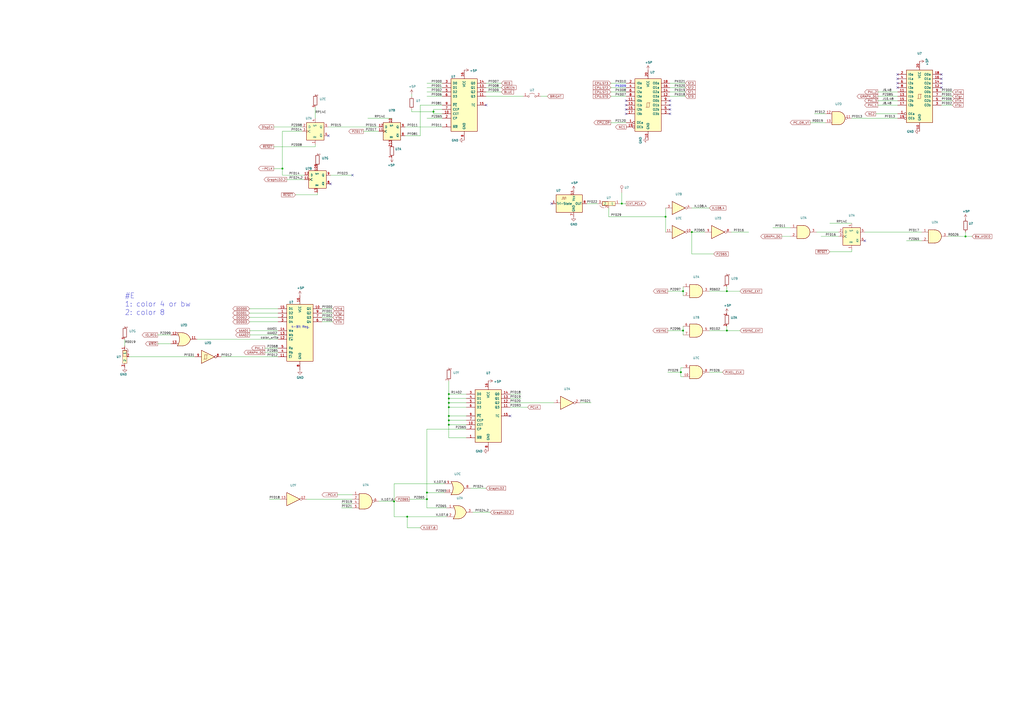
<source format=kicad_sch>
(kicad_sch (version 20220820) (generator eeschema)
  (paper "A2")
  (title_block (title "06 "))
  (lib_symbols
    (symbol "74xx:74LS00" (pin_names (offset 1.016))
      (property "Reference" "U" (at 0 1.27 0))
      (property "Value" "74LS00" (at 0 -1.27 0))
      (symbol "74LS00_1_1"
        (pin input line (at -7.62 2.54 0) (length 3.81) (name "~") (number "1"))
        (pin input line (at -7.62 -2.54 0) (length 3.81) (name "~") (number "2"))
        (pin output inverted (at 7.62 0 180) (length 3.81) (name "~") (number "3"))
      )
      (symbol "74LS00_1_2"
        (pin input inverted (at -7.62 2.54 0) (length 4.318) (name "~") (number "1"))
        (pin input inverted (at -7.62 -2.54 0) (length 4.318) (name "~") (number "2"))
        (pin output line (at 7.62 0 180) (length 3.81) (name "~") (number "3"))
      )
      (symbol "74LS00_2_1"
        (pin input line (at -7.62 2.54 0) (length 3.81) (name "~") (number "4"))
        (pin input line (at -7.62 -2.54 0) (length 3.81) (name "~") (number "5"))
        (pin output inverted (at 7.62 0 180) (length 3.81) (name "~") (number "6"))
      )
      (symbol "74LS00_2_2"
        (pin input inverted (at -7.62 2.54 0) (length 4.318) (name "~") (number "4"))
        (pin input inverted (at -7.62 -2.54 0) (length 4.318) (name "~") (number "5"))
        (pin output line (at 7.62 0 180) (length 3.81) (name "~") (number "6"))
      )
      (symbol "74LS00_3_1"
        (pin input line (at -7.62 -2.54 0) (length 3.81) (name "~") (number "10"))
        (pin output inverted (at 7.62 0 180) (length 3.81) (name "~") (number "8"))
        (pin input line (at -7.62 2.54 0) (length 3.81) (name "~") (number "9"))
      )
      (symbol "74LS00_3_2"
        (pin input inverted (at -7.62 -2.54 0) (length 4.318) (name "~") (number "10"))
        (pin output line (at 7.62 0 180) (length 3.81) (name "~") (number "8"))
        (pin input inverted (at -7.62 2.54 0) (length 4.318) (name "~") (number "9"))
      )
      (symbol "74LS00_4_1"
        (pin output inverted (at 7.62 0 180) (length 3.81) (name "~") (number "11"))
        (pin input line (at -7.62 2.54 0) (length 3.81) (name "~") (number "12"))
        (pin input line (at -7.62 -2.54 0) (length 3.81) (name "~") (number "13"))
      )
      (symbol "74LS00_4_2"
        (pin output line (at 7.62 0 180) (length 3.81) (name "~") (number "11"))
        (pin input inverted (at -7.62 2.54 0) (length 4.318) (name "~") (number "12"))
        (pin input inverted (at -7.62 -2.54 0) (length 4.318) (name "~") (number "13"))
      )
      (symbol "74LS00_5_0"
        (pin power_in line (at 0 12.7 270) (length 5.08) (name "VCC") (number "14"))
        (pin power_in line (at 0 -12.7 90) (length 5.08) (name "GND") (number "7"))
      )
    )
    (symbol "74xx:74LS04"
      (property "Reference" "U" (at 0 1.27 0))
      (property "Value" "74LS04" (at 0 -1.27 0))
      (symbol "74LS04_1_0"
        (pin input line (at -7.62 0 0) (length 3.81) (name "~") (number "1"))
        (pin output inverted (at 7.62 0 180) (length 3.81) (name "~") (number "2"))
      )
      (symbol "74LS04_2_0"
        (pin input line (at -7.62 0 0) (length 3.81) (name "~") (number "3"))
        (pin output inverted (at 7.62 0 180) (length 3.81) (name "~") (number "4"))
      )
      (symbol "74LS04_3_0"
        (pin input line (at -7.62 0 0) (length 3.81) (name "~") (number "5"))
        (pin output inverted (at 7.62 0 180) (length 3.81) (name "~") (number "6"))
      )
      (symbol "74LS04_4_0"
        (pin output inverted (at 7.62 0 180) (length 3.81) (name "~") (number "8"))
        (pin input line (at -7.62 0 0) (length 3.81) (name "~") (number "9"))
      )
      (symbol "74LS04_5_0"
        (pin output inverted (at 7.62 0 180) (length 3.81) (name "~") (number "10"))
        (pin input line (at -7.62 0 0) (length 3.81) (name "~") (number "11"))
      )
      (symbol "74LS04_6_0"
        (pin output inverted (at 7.62 0 180) (length 3.81) (name "~") (number "12"))
        (pin input line (at -7.62 0 0) (length 3.81) (name "~") (number "13"))
      )
      (symbol "74LS04_7_0"
        (pin power_in line (at 0 12.7 270) (length 5.08) (name "VCC") (number "14"))
        (pin power_in line (at 0 -12.7 90) (length 5.08) (name "GND") (number "7"))
      )
    )
    (symbol "74xx:74LS08" (pin_names (offset 1.016))
      (property "Reference" "U" (at 0 1.27 0))
      (property "Value" "74LS08" (at 0 -1.27 0))
      (symbol "74LS08_1_1"
        (pin input line (at -7.62 2.54 0) (length 3.81) (name "~") (number "1"))
        (pin input line (at -7.62 -2.54 0) (length 3.81) (name "~") (number "2"))
        (pin output line (at 7.62 0 180) (length 3.81) (name "~") (number "3"))
      )
      (symbol "74LS08_1_2"
        (pin input inverted (at -7.62 2.54 0) (length 4.318) (name "~") (number "1"))
        (pin input inverted (at -7.62 -2.54 0) (length 4.318) (name "~") (number "2"))
        (pin output inverted (at 7.62 0 180) (length 3.81) (name "~") (number "3"))
      )
      (symbol "74LS08_2_1"
        (pin input line (at -7.62 2.54 0) (length 3.81) (name "~") (number "4"))
        (pin input line (at -7.62 -2.54 0) (length 3.81) (name "~") (number "5"))
        (pin output line (at 7.62 0 180) (length 3.81) (name "~") (number "6"))
      )
      (symbol "74LS08_2_2"
        (pin input inverted (at -7.62 2.54 0) (length 4.318) (name "~") (number "4"))
        (pin input inverted (at -7.62 -2.54 0) (length 4.318) (name "~") (number "5"))
        (pin output inverted (at 7.62 0 180) (length 3.81) (name "~") (number "6"))
      )
      (symbol "74LS08_3_1"
        (pin input line (at -7.62 -2.54 0) (length 3.81) (name "~") (number "10"))
        (pin output line (at 7.62 0 180) (length 3.81) (name "~") (number "8"))
        (pin input line (at -7.62 2.54 0) (length 3.81) (name "~") (number "9"))
      )
      (symbol "74LS08_3_2"
        (pin input inverted (at -7.62 -2.54 0) (length 4.318) (name "~") (number "10"))
        (pin output inverted (at 7.62 0 180) (length 3.81) (name "~") (number "8"))
        (pin input inverted (at -7.62 2.54 0) (length 4.318) (name "~") (number "9"))
      )
      (symbol "74LS08_4_1"
        (pin output line (at 7.62 0 180) (length 3.81) (name "~") (number "11"))
        (pin input line (at -7.62 2.54 0) (length 3.81) (name "~") (number "12"))
        (pin input line (at -7.62 -2.54 0) (length 3.81) (name "~") (number "13"))
      )
      (symbol "74LS08_4_2"
        (pin output inverted (at 7.62 0 180) (length 3.81) (name "~") (number "11"))
        (pin input inverted (at -7.62 2.54 0) (length 4.318) (name "~") (number "12"))
        (pin input inverted (at -7.62 -2.54 0) (length 4.318) (name "~") (number "13"))
      )
      (symbol "74LS08_5_0"
        (pin power_in line (at 0 12.7 270) (length 5.08) (name "VCC") (number "14"))
        (pin power_in line (at 0 -12.7 90) (length 5.08) (name "GND") (number "7"))
      )
    )
    (symbol "74xx:74LS14" (pin_names (offset 1.016))
      (property "Reference" "U" (at 0 1.27 0))
      (property "Value" "74LS14" (at 0 -1.27 0))
      (symbol "74LS14_1_0"
        (pin input line (at -7.62 0 0) (length 3.81) (name "~") (number "1"))
        (pin output inverted (at 7.62 0 180) (length 3.81) (name "~") (number "2"))
      )
      (symbol "74LS14_2_0"
        (pin input line (at -7.62 0 0) (length 3.81) (name "~") (number "3"))
        (pin output inverted (at 7.62 0 180) (length 3.81) (name "~") (number "4"))
      )
      (symbol "74LS14_3_0"
        (pin input line (at -7.62 0 0) (length 3.81) (name "~") (number "5"))
        (pin output inverted (at 7.62 0 180) (length 3.81) (name "~") (number "6"))
      )
      (symbol "74LS14_4_0"
        (pin output inverted (at 7.62 0 180) (length 3.81) (name "~") (number "8"))
        (pin input line (at -7.62 0 0) (length 3.81) (name "~") (number "9"))
      )
      (symbol "74LS14_5_0"
        (pin output inverted (at 7.62 0 180) (length 3.81) (name "~") (number "10"))
        (pin input line (at -7.62 0 0) (length 3.81) (name "~") (number "11"))
      )
      (symbol "74LS14_6_0"
        (pin output inverted (at 7.62 0 180) (length 3.81) (name "~") (number "12"))
        (pin input line (at -7.62 0 0) (length 3.81) (name "~") (number "13"))
      )
      (symbol "74LS14_7_0"
        (pin power_in line (at 0 12.7 270) (length 5.08) (name "VCC") (number "14"))
        (pin power_in line (at 0 -12.7 90) (length 5.08) (name "GND") (number "7"))
      )
    )
    (symbol "74xx:74LS163" (pin_names (offset 1.016))
      (property "Reference" "U" (at -7.62 16.51 0))
      (property "Value" "74LS163" (at -7.62 -16.51 0))
      (symbol "74LS163_1_0"
        (pin input line (at -12.7 -12.7 0) (length 5.08) (name "~{MR}") (number "1"))
        (pin input line (at -12.7 -5.08 0) (length 5.08) (name "CET") (number "10"))
        (pin output line (at 12.7 5.08 180) (length 5.08) (name "Q3") (number "11"))
        (pin output line (at 12.7 7.62 180) (length 5.08) (name "Q2") (number "12"))
        (pin output line (at 12.7 10.16 180) (length 5.08) (name "Q1") (number "13"))
        (pin output line (at 12.7 12.7 180) (length 5.08) (name "Q0") (number "14"))
        (pin output line (at 12.7 0 180) (length 5.08) (name "TC") (number "15"))
        (pin power_in line (at 0 20.32 270) (length 5.08) (name "VCC") (number "16"))
        (pin input line (at -12.7 -7.62 0) (length 5.08) (name "CP") (number "2"))
        (pin input line (at -12.7 12.7 0) (length 5.08) (name "D0") (number "3"))
        (pin input line (at -12.7 10.16 0) (length 5.08) (name "D1") (number "4"))
        (pin input line (at -12.7 7.62 0) (length 5.08) (name "D2") (number "5"))
        (pin input line (at -12.7 5.08 0) (length 5.08) (name "D3") (number "6"))
        (pin input line (at -12.7 -2.54 0) (length 5.08) (name "CEP") (number "7"))
        (pin power_in line (at 0 -20.32 90) (length 5.08) (name "GND") (number "8"))
        (pin input line (at -12.7 0 0) (length 5.08) (name "~{PE}") (number "9"))
      )
    )
    (symbol "74xx:74LS20" (pin_names (offset 1.016))
      (property "Reference" "U" (at 0 1.27 0))
      (property "Value" "74LS20" (at 0 -1.27 0))
      (symbol "74LS20_1_1"
        (pin input line (at -7.62 3.81 0) (length 3.81) (name "~") (number "1"))
        (pin input line (at -7.62 1.27 0) (length 3.81) (name "~") (number "2"))
        (pin input line (at -7.62 -1.27 0) (length 3.81) (name "~") (number "4"))
        (pin input line (at -7.62 -3.81 0) (length 3.81) (name "~") (number "5"))
        (pin output inverted (at 7.62 0 180) (length 3.81) (name "~") (number "6"))
      )
      (symbol "74LS20_1_2"
        (pin input inverted (at -7.62 3.81 0) (length 3.81) (name "~") (number "1"))
        (pin input inverted (at -7.62 1.27 0) (length 4.826) (name "~") (number "2"))
        (pin input inverted (at -7.62 -1.27 0) (length 4.826) (name "~") (number "4"))
        (pin input inverted (at -7.62 -3.81 0) (length 3.81) (name "~") (number "5"))
        (pin output line (at 7.62 0 180) (length 3.81) (name "~") (number "6"))
      )
      (symbol "74LS20_2_1"
        (pin input line (at -7.62 1.27 0) (length 3.81) (name "~") (number "10"))
        (pin input line (at -7.62 -1.27 0) (length 3.81) (name "~") (number "12"))
        (pin input line (at -7.62 -3.81 0) (length 3.81) (name "~") (number "13"))
        (pin output inverted (at 7.62 0 180) (length 3.81) (name "~") (number "8"))
        (pin input line (at -7.62 3.81 0) (length 3.81) (name "~") (number "9"))
      )
      (symbol "74LS20_2_2"
        (pin input inverted (at -7.62 1.27 0) (length 4.826) (name "~") (number "10"))
        (pin input inverted (at -7.62 -1.27 0) (length 4.826) (name "~") (number "12"))
        (pin input inverted (at -7.62 -3.81 0) (length 3.81) (name "~") (number "13"))
        (pin output line (at 7.62 0 180) (length 3.81) (name "~") (number "8"))
        (pin input inverted (at -7.62 3.81 0) (length 3.81) (name "~") (number "9"))
      )
      (symbol "74LS20_3_0"
        (pin power_in line (at 0 12.7 270) (length 5.08) (name "VCC") (number "14"))
        (pin power_in line (at 0 -12.7 90) (length 5.08) (name "GND") (number "7"))
      )
    )
    (symbol "74xx:74LS244" (pin_names (offset 1.016))
      (property "Reference" "U" (at -7.62 16.51 0))
      (property "Value" "74LS244" (at -7.62 -16.51 0))
      (symbol "74LS244_1_0"
        (pin input inverted (at -12.7 -10.16 0) (length 5.08) (name "OEa") (number "1"))
        (pin power_in line (at 0 -20.32 90) (length 5.08) (name "GND") (number "10"))
        (pin input line (at -12.7 2.54 0) (length 5.08) (name "I0b") (number "11"))
        (pin tri_state line (at 12.7 5.08 180) (length 5.08) (name "O3a") (number "12"))
        (pin input line (at -12.7 0 0) (length 5.08) (name "I1b") (number "13"))
        (pin tri_state line (at 12.7 7.62 180) (length 5.08) (name "O2a") (number "14"))
        (pin input line (at -12.7 -2.54 0) (length 5.08) (name "I2b") (number "15"))
        (pin tri_state line (at 12.7 10.16 180) (length 5.08) (name "O1a") (number "16"))
        (pin input line (at -12.7 -5.08 0) (length 5.08) (name "I3b") (number "17"))
        (pin tri_state line (at 12.7 12.7 180) (length 5.08) (name "O0a") (number "18"))
        (pin input inverted (at -12.7 -12.7 0) (length 5.08) (name "OEb") (number "19"))
        (pin input line (at -12.7 12.7 0) (length 5.08) (name "I0a") (number "2"))
        (pin power_in line (at 0 20.32 270) (length 5.08) (name "VCC") (number "20"))
        (pin tri_state line (at 12.7 -5.08 180) (length 5.08) (name "O3b") (number "3"))
        (pin input line (at -12.7 10.16 0) (length 5.08) (name "I1a") (number "4"))
        (pin tri_state line (at 12.7 -2.54 180) (length 5.08) (name "O2b") (number "5"))
        (pin input line (at -12.7 7.62 0) (length 5.08) (name "I2a") (number "6"))
        (pin tri_state line (at 12.7 0 180) (length 5.08) (name "O1b") (number "7"))
        (pin input line (at -12.7 5.08 0) (length 5.08) (name "I3a") (number "8"))
        (pin tri_state line (at 12.7 2.54 180) (length 5.08) (name "O0b") (number "9"))
      )
    )
    (symbol "74xx:74LS32" (pin_names (offset 1.016))
      (property "Reference" "U" (at 0 1.27 0))
      (property "Value" "74LS32" (at 0 -1.27 0))
      (symbol "74LS32_1_1"
        (pin input line (at -7.62 2.54 0) (length 4.318) (name "~") (number "1"))
        (pin input line (at -7.62 -2.54 0) (length 4.318) (name "~") (number "2"))
        (pin output line (at 7.62 0 180) (length 3.81) (name "~") (number "3"))
      )
      (symbol "74LS32_1_2"
        (pin input inverted (at -7.62 2.54 0) (length 3.81) (name "~") (number "1"))
        (pin input inverted (at -7.62 -2.54 0) (length 3.81) (name "~") (number "2"))
        (pin output inverted (at 7.62 0 180) (length 3.81) (name "~") (number "3"))
      )
      (symbol "74LS32_2_1"
        (pin input line (at -7.62 2.54 0) (length 4.318) (name "~") (number "4"))
        (pin input line (at -7.62 -2.54 0) (length 4.318) (name "~") (number "5"))
        (pin output line (at 7.62 0 180) (length 3.81) (name "~") (number "6"))
      )
      (symbol "74LS32_2_2"
        (pin input inverted (at -7.62 2.54 0) (length 3.81) (name "~") (number "4"))
        (pin input inverted (at -7.62 -2.54 0) (length 3.81) (name "~") (number "5"))
        (pin output inverted (at 7.62 0 180) (length 3.81) (name "~") (number "6"))
      )
      (symbol "74LS32_3_1"
        (pin input line (at -7.62 -2.54 0) (length 4.318) (name "~") (number "10"))
        (pin output line (at 7.62 0 180) (length 3.81) (name "~") (number "8"))
        (pin input line (at -7.62 2.54 0) (length 4.318) (name "~") (number "9"))
      )
      (symbol "74LS32_3_2"
        (pin input inverted (at -7.62 -2.54 0) (length 3.81) (name "~") (number "10"))
        (pin output inverted (at 7.62 0 180) (length 3.81) (name "~") (number "8"))
        (pin input inverted (at -7.62 2.54 0) (length 3.81) (name "~") (number "9"))
      )
      (symbol "74LS32_4_1"
        (pin output line (at 7.62 0 180) (length 3.81) (name "~") (number "11"))
        (pin input line (at -7.62 2.54 0) (length 4.318) (name "~") (number "12"))
        (pin input line (at -7.62 -2.54 0) (length 4.318) (name "~") (number "13"))
      )
      (symbol "74LS32_4_2"
        (pin output inverted (at 7.62 0 180) (length 3.81) (name "~") (number "11"))
        (pin input inverted (at -7.62 2.54 0) (length 3.81) (name "~") (number "12"))
        (pin input inverted (at -7.62 -2.54 0) (length 3.81) (name "~") (number "13"))
      )
      (symbol "74LS32_5_0"
        (pin power_in line (at 0 12.7 270) (length 5.08) (name "VCC") (number "14"))
        (pin power_in line (at 0 -12.7 90) (length 5.08) (name "GND") (number "7"))
      )
    )
    (symbol "74xx:74LS670" (pin_names (offset 1.016))
      (property "Reference" "U" (at -7.62 16.51 0))
      (property "Value" "74LS670" (at -7.62 -19.05 0))
      (symbol "74LS670_1_0"
        (pin input line (at -12.7 10.16 0) (length 5.08) (name "D2") (number "1"))
        (pin tri_state line (at 12.7 12.7 180) (length 5.08) (name "Q1") (number "10"))
        (pin input line (at -12.7 -15.24 0) (length 5.08) (name "~{Er}") (number "11"))
        (pin input line (at -12.7 -5.08 0) (length 5.08) (name "~{Ew}") (number "12"))
        (pin input line (at -12.7 -2.54 0) (length 5.08) (name "Wb") (number "13"))
        (pin input line (at -12.7 0 0) (length 5.08) (name "Wa") (number "14"))
        (pin input line (at -12.7 12.7 0) (length 5.08) (name "D1") (number "15"))
        (pin power_in line (at 0 20.32 270) (length 5.08) (name "VCC") (number "16"))
        (pin input line (at -12.7 7.62 0) (length 5.08) (name "D3") (number "2"))
        (pin input line (at -12.7 5.08 0) (length 5.08) (name "D4") (number "3"))
        (pin input line (at -12.7 -12.7 0) (length 5.08) (name "Rb") (number "4"))
        (pin input line (at -12.7 -10.16 0) (length 5.08) (name "Ra") (number "5"))
        (pin tri_state line (at 12.7 5.08 180) (length 5.08) (name "Q4") (number "6"))
        (pin tri_state line (at 12.7 7.62 180) (length 5.08) (name "Q3") (number "7"))
        (pin power_in line (at 0 -22.86 90) (length 5.08) (name "GND") (number "8"))
        (pin tri_state line (at 12.7 10.16 180) (length 5.08) (name "Q2") (number "9"))
      )
    )
    (symbol "74xx:74LS74" (pin_names (offset 1.016))
      (property "Reference" "U" (at -7.62 8.89 0))
      (property "Value" "74LS74" (at -7.62 -8.89 0))
      (symbol "74LS74_1_0"
        (pin input line (at 0 -7.62 90) (length 2.54) (name "~{R}") (number "1"))
        (pin input line (at -7.62 2.54 0) (length 2.54) (name "D") (number "2"))
        (pin input clock (at -7.62 0 0) (length 2.54) (name "C") (number "3"))
        (pin input line (at 0 7.62 270) (length 2.54) (name "~{S}") (number "4"))
        (pin output line (at 7.62 2.54 180) (length 2.54) (name "Q") (number "5"))
        (pin output line (at 7.62 -2.54 180) (length 2.54) (name "~{Q}") (number "6"))
      )
      (symbol "74LS74_2_0"
        (pin input line (at 0 7.62 270) (length 2.54) (name "~{S}") (number "10"))
        (pin input clock (at -7.62 0 0) (length 2.54) (name "C") (number "11"))
        (pin input line (at -7.62 2.54 0) (length 2.54) (name "D") (number "12"))
        (pin input line (at 0 -7.62 90) (length 2.54) (name "~{R}") (number "13"))
        (pin output line (at 7.62 -2.54 180) (length 2.54) (name "~{Q}") (number "8"))
        (pin output line (at 7.62 2.54 180) (length 2.54) (name "Q") (number "9"))
      )
      (symbol "74LS74_3_0"
        (pin power_in line (at 0 10.16 270) (length 2.54) (name "VCC") (number "14"))
        (pin power_in line (at 0 -10.16 90) (length 2.54) (name "GND") (number "7"))
      )
    )
    (symbol "Connector:TestPoint" (pin_numbers hide) (pin_names (offset 0.762) hide)
      (property "Reference" "TP" (at 0 6.858 0))
      (property "Value" "TestPoint" (at 0 5.08 0))
      (symbol "TestPoint_1_1"
        (pin passive line (at 0 0 90) (length 2.54) (name "1") (number "1"))
      )
    )
    (symbol "Device:R" (pin_numbers hide) (pin_names (offset 0))
      (property "Reference" "R" (at 2.032 0 90))
      (property "Value" "R" (at 0 0 90))
      (symbol "R_1_1"
        (pin passive line (at 0 3.81 270) (length 1.27) (name "~") (number "1"))
        (pin passive line (at 0 -3.81 90) (length 1.27) (name "~") (number "2"))
      )
    )
    (symbol "Device:R_Network07_Split" (pin_names (offset 0) hide)
      (property "Reference" "RN" (at 2.032 0 90))
      (property "Value" "R_Network07_Split" (at 0 0 90))
      (symbol "R_Network07_Split_1_1"
        (pin passive line (at 0 3.81 270) (length 1.27) (name "R1.1") (number "1"))
        (pin passive line (at 0 -3.81 90) (length 1.27) (name "R1.2") (number "2"))
      )
      (symbol "R_Network07_Split_2_1"
        (text "1" (at 0.889 3.175 900) (effects (font (size 1.27 1.27))))
        (pin passive line (at 0 -3.81 90) (length 1.27) (name "R2.2") (number "3"))
      )
      (symbol "R_Network07_Split_3_1"
        (text "1" (at 0.889 3.175 900) (effects (font (size 1.27 1.27))))
        (pin passive line (at 0 -3.81 90) (length 1.27) (name "R3.2") (number "4"))
      )
      (symbol "R_Network07_Split_4_1"
        (text "1" (at 0.889 3.175 900) (effects (font (size 1.27 1.27))))
        (pin passive line (at 0 -3.81 90) (length 1.27) (name "R4.2") (number "5"))
      )
      (symbol "R_Network07_Split_5_1"
        (text "1" (at 0.889 3.175 900) (effects (font (size 1.27 1.27))))
        (pin passive line (at 0 -3.81 90) (length 1.27) (name "R5.2") (number "6"))
      )
      (symbol "R_Network07_Split_6_1"
        (text "1" (at 0.889 3.175 900) (effects (font (size 1.27 1.27))))
        (pin passive line (at 0 -3.81 90) (length 1.27) (name "R6.2") (number "7"))
      )
      (symbol "R_Network07_Split_7_1"
        (text "1" (at 0.889 3.175 900) (effects (font (size 1.27 1.27))))
        (pin passive line (at 0 -3.81 90) (length 1.27) (name "R7.2") (number "8"))
      )
    )
    (symbol "Jumper:Jumper_2_Open" (pin_names (offset 0) hide)
      (property "Reference" "JP" (at 0 2.794 0))
      (property "Value" "Jumper_2_Open" (at 0 -2.286 0))
      (symbol "Jumper_2_Open_1_1"
        (pin passive line (at -5.08 0 0) (length 2.54) (name "A") (number "1"))
        (pin passive line (at 5.08 0 180) (length 2.54) (name "B") (number "2"))
      )
    )
    (symbol "LOET.DE:75451" (pin_names (offset 1.016))
      (property "Reference" "U" (at 4.064 2.54 0))
      (property "Value" "LOET.DE_75451" (at 9.906 2.54 0))
      (symbol "75451_1_1"
        (pin input line (at 0 0 0) (length 3.81) (name "~") (number "1"))
        (pin input line (at 0 -5.08 0) (length 3.81) (name "~") (number "2"))
        (pin open_collector line (at 15.24 -2.54 180) (length 3.81) (name "~") (number "3"))
      )
      (symbol "75451_1_2"
        (pin input inverted (at 5.08 154.432 0) (length 4.318) (name "~") (number "1"))
        (pin input inverted (at 5.08 149.352 0) (length 4.318) (name "~") (number "2"))
        (pin output inverted (at 20.32 151.892 180) (length 3.81) (name "~") (number "3"))
      )
      (symbol "75451_2_1"
        (pin open_collector line (at 15.24 -2.54 180) (length 3.81) (name "~") (number "5"))
        (pin input line (at 0 0 0) (length 3.81) (name "~") (number "6"))
        (pin input line (at 0 -5.08 0) (length 3.81) (name "~") (number "7"))
      )
      (symbol "75451_2_2"
        (pin input inverted (at 5.08 154.432 0) (length 4.318) (name "~") (number "4"))
        (pin input inverted (at 5.08 149.352 0) (length 4.318) (name "~") (number "5"))
        (pin output inverted (at 20.32 151.892 180) (length 3.81) (name "~") (number "6"))
      )
      (symbol "75451_3_1"
        (pin power_in line (at 6.35 -8.89 90) (length 5.08) (name "GND") (number "4"))
        (pin power_in line (at 6.35 16.51 270) (length 5.08) (name "VCC") (number "8"))
      )
      (symbol "75451_3_2"
        (pin input inverted (at 5.08 149.352 0) (length 4.318) (name "~") (number "10"))
        (pin output inverted (at 20.32 151.892 180) (length 3.81) (name "~") (number "8"))
        (pin input inverted (at 5.08 154.432 0) (length 4.318) (name "~") (number "9"))
      )
    )
    (symbol "LOET.DE:M20-Jumper.1" (pin_names (offset 1.016))
      (property "Reference" "JP" (at 0 2.54 0))
      (symbol "M20-Jumper.1_1_1"
        (pin bidirectional line (at 6.35 0 180) (length 2.54) (name "1") (number "1"))
        (pin bidirectional line (at 0 -2.54 90) (length 1.1938) (name "~") (number "2"))
        (pin bidirectional line (at -6.35 0 0) (length 2.54) (name "2") (number "3"))
      )
    )
    (symbol "LOET.DE:M20-Jumper.2" (pin_names (offset 1.016))
      (property "Reference" "JP" (at 0 2.54 0))
      (symbol "M20-Jumper.2_1_1"
        (pin input line (at 6.35 0 180) (length 2.54) (name "1") (number "1"))
        (pin output line (at 0 -2.54 90) (length 1.1938) (name "~") (number "2"))
        (pin input line (at -6.35 0 0) (length 2.54) (name "2") (number "3"))
      )
    )
    (symbol "Oscillator:ACO-xxxMHz-A" (pin_names (offset 0.254))
      (property "Reference" "X" (at -5.08 6.35 0))
      (property "Value" "ACO-xxxMHz-A" (at 1.27 -6.35 0))
      (symbol "ACO-xxxMHz-A_1_1"
        (pin input line (at -12.7 0 0) (length 2.54) (name "Tri-State") (number "1"))
        (pin power_in line (at 0 7.62 270) (length 2.54) (name "Vcc") (number "14"))
        (pin power_in line (at 0 -7.62 90) (length 2.54) (name "GND") (number "7"))
        (pin output line (at 7.62 0 180) (length 2.54) (name "OUT") (number "8"))
      )
    )
    (symbol "power:+5P" (power) (pin_names (offset 0))
      (property "Value" "+5P" (at 0 3.556 0))
      (symbol "+5P_1_1"
        (pin power_in line (at 0 0 90) (length 0) hide (name "+5P") (number "1"))
      )
    )
    (symbol "power:GND" (power) (pin_names (offset 0))
      (property "Value" "GND" (at 0 -3.81 0))
      (symbol "GND_1_1"
        (pin power_in line (at 0 0 270) (length 0) hide (name "GND") (number "1"))
      )
    )
  )
  (junction (at 236.22 299.72))
  (junction (at 560.07 137.16))
  (junction (at 260.35 246.38))
  (junction (at 401.32 134.62))
  (junction (at 260.35 231.14))
  (junction (at 394.97 215.9))
  (junction (at 386.08 125.73))
  (junction (at 421.64 191.77))
  (junction (at 163.83 97.79))
  (junction (at 260.35 243.84))
  (junction (at 260.35 233.68))
  (junction (at 247.65 285.75))
  (junction (at 396.24 191.77))
  (junction (at 396.24 168.91))
  (junction (at 260.35 228.6))
  (junction (at 228.6 290.83))
  (junction (at 251.46 64.77))
  (junction (at 247.65 289.56))
  (junction (at 260.35 236.22))
  (junction (at 260.35 241.3))
  (junction (at 421.64 168.91))
  (junction (at 360.68 118.11))
  (no_connect (at 501.65 139.7))
  (no_connect (at 363.22 66.04))
  (no_connect (at 363.22 58.42))
  (no_connect (at 204.47 101.6))
  (no_connect (at 320.04 118.11))
  (no_connect (at 546.1 48.26))
  (no_connect (at 546.1 45.72))
  (no_connect (at 363.22 63.5))
  (no_connect (at 190.5 78.74))
  (no_connect (at 520.7 50.8))
  (no_connect (at 191.77 106.68))
  (no_connect (at 281.94 60.96))
  (no_connect (at 546.1 50.8))
  (no_connect (at 520.7 43.18))
  (no_connect (at 388.62 66.04))
  (no_connect (at 388.62 60.96))
  (no_connect (at 388.62 58.42))
  (no_connect (at 363.22 60.96))
  (no_connect (at 388.62 63.5))
  (no_connect (at 295.91 241.3))
  (no_connect (at 546.1 43.18))
  (no_connect (at 520.7 48.26))
  (no_connect (at 520.7 45.72))
  (wire (pts (xy 388.62 48.26) (xy 397.51 48.26)))
  (wire (pts (xy 546.1 53.34) (xy 552.45 53.34)))
  (wire (pts (xy 190.5 73.66) (xy 219.71 73.66)))
  (wire (pts (xy 270.51 241.3) (xy 260.35 241.3)))
  (wire (pts (xy 163.83 76.2) (xy 163.83 97.79)))
  (wire (pts (xy 396.24 166.37) (xy 396.24 168.91)))
  (wire (pts (xy 257.81 285.75) (xy 247.65 285.75)))
  (wire (pts (xy 336.55 233.68) (xy 342.9 233.68)))
  (wire (pts (xy 520.7 55.88) (xy 509.27 55.88)))
  (wire (pts (xy 501.65 134.62) (xy 534.67 134.62)))
  (wire (pts (xy 270.51 233.68) (xy 260.35 233.68)))
  (wire (pts (xy 394.97 215.9) (xy 394.97 218.44)))
  (wire (pts (xy 210.82 76.2) (xy 219.71 76.2)))
  (wire (pts (xy 186.69 186.69) (xy 193.04 186.69)))
  (wire (pts (xy 144.78 186.69) (xy 161.29 186.69)))
  (wire (pts (xy 546.1 58.42) (xy 552.45 58.42)))
  (wire (pts (xy 256.54 73.66) (xy 234.95 73.66)))
  (wire (pts (xy 238.76 64.77) (xy 251.46 64.77)))
  (wire (pts (xy 421.64 191.77) (xy 429.26 191.77)))
  (wire (pts (xy 421.64 189.23) (xy 421.64 191.77)))
  (wire (pts (xy 394.97 218.44) (xy 396.24 218.44)))
  (wire (pts (xy 295.91 231.14) (xy 302.26 231.14)))
  (wire (pts (xy 260.35 231.14) (xy 260.35 233.68)))
  (wire (pts (xy 247.65 289.56) (xy 247.65 294.64)))
  (wire (pts (xy 396.24 189.23) (xy 396.24 191.77)))
  (wire (pts (xy 234.95 78.74) (xy 243.84 78.74)))
  (wire (pts (xy 158.75 85.09) (xy 182.88 85.09)))
  (wire (pts (xy 354.33 48.26) (xy 363.22 48.26)))
  (wire (pts (xy 260.35 228.6) (xy 260.35 231.14)))
  (wire (pts (xy 260.35 254) (xy 260.35 246.38)))
  (wire (pts (xy 273.05 283.21) (xy 281.94 283.21)))
  (wire (pts (xy 401.32 147.32) (xy 414.02 147.32)))
  (wire (pts (xy 281.94 48.26) (xy 290.83 48.26)))
  (wire (pts (xy 453.39 137.16) (xy 458.47 137.16)))
  (wire (pts (xy 237.49 289.56) (xy 247.65 289.56)))
  (wire (pts (xy 353.06 125.73) (xy 386.08 125.73)))
  (wire (pts (xy 158.75 73.66) (xy 175.26 73.66)))
  (wire (pts (xy 251.46 66.04) (xy 256.54 66.04)))
  (wire (pts (xy 128.27 207.01) (xy 161.29 207.01)))
  (wire (pts (xy 396.24 191.77) (xy 396.24 194.31)))
  (wire (pts (xy 281.94 53.34) (xy 290.83 53.34)))
  (wire (pts (xy 247.65 68.58) (xy 256.54 68.58)))
  (wire (pts (xy 247.65 53.34) (xy 256.54 53.34)))
  (wire (pts (xy 204.47 101.6) (xy 191.77 101.6)))
  (wire (pts (xy 520.7 53.34) (xy 509.27 53.34)))
  (wire (pts (xy 182.88 62.23) (xy 182.88 68.58)))
  (wire (pts (xy 486.41 137.16) (xy 476.25 137.16)))
  (wire (pts (xy 260.35 243.84) (xy 270.51 243.84)))
  (wire (pts (xy 359.41 118.11) (xy 360.68 118.11)))
  (wire (pts (xy 238.76 63.5) (xy 238.76 64.77)))
  (wire (pts (xy 525.78 139.7) (xy 534.67 139.7)))
  (wire (pts (xy 144.78 191.77) (xy 161.29 191.77)))
  (wire (pts (xy 186.69 184.15) (xy 193.04 184.15)))
  (wire (pts (xy 481.33 146.05) (xy 494.03 146.05)))
  (wire (pts (xy 163.83 97.79) (xy 163.83 101.6)))
  (wire (pts (xy 114.3 196.85) (xy 161.29 196.85)))
  (wire (pts (xy 236.22 299.72) (xy 259.08 299.72)))
  (wire (pts (xy 560.07 137.16) (xy 563.88 137.16)))
  (wire (pts (xy 228.6 299.72) (xy 236.22 299.72)))
  (wire (pts (xy 508 66.04) (xy 520.7 66.04)))
  (wire (pts (xy 388.62 55.88) (xy 397.51 55.88)))
  (wire (pts (xy 72.39 196.85) (xy 72.39 200.66)))
  (wire (pts (xy 260.35 241.3) (xy 260.35 243.84)))
  (wire (pts (xy 228.6 290.83) (xy 228.6 299.72)))
  (wire (pts (xy 228.6 280.67) (xy 257.81 280.67)))
  (wire (pts (xy 204.47 289.56) (xy 177.8 289.56)))
  (wire (pts (xy 411.48 191.77) (xy 421.64 191.77)))
  (wire (pts (xy 99.06 194.31) (xy 91.44 194.31)))
  (wire (pts (xy 144.78 194.31) (xy 161.29 194.31)))
  (wire (pts (xy 144.78 179.07) (xy 161.29 179.07)))
  (wire (pts (xy 247.65 55.88) (xy 256.54 55.88)))
  (wire (pts (xy 411.48 168.91) (xy 421.64 168.91)))
  (wire (pts (xy 163.83 101.6) (xy 176.53 101.6)))
  (wire (pts (xy 520.7 58.42) (xy 509.27 58.42)))
  (wire (pts (xy 153.67 204.47) (xy 161.29 204.47)))
  (wire (pts (xy 236.22 306.07) (xy 243.84 306.07)))
  (wire (pts (xy 247.65 285.75) (xy 247.65 289.56)))
  (wire (pts (xy 247.65 294.64) (xy 259.08 294.64)))
  (wire (pts (xy 238.76 54.61) (xy 238.76 55.88)))
  (wire (pts (xy 354.33 53.34) (xy 363.22 53.34)))
  (wire (pts (xy 243.84 60.96) (xy 256.54 60.96)))
  (wire (pts (xy 396.24 213.36) (xy 394.97 213.36)))
  (wire (pts (xy 494.03 146.05) (xy 494.03 144.78)))
  (wire (pts (xy 247.65 248.92) (xy 270.51 248.92)))
  (wire (pts (xy 227.33 68.58) (xy 213.36 68.58)))
  (wire (pts (xy 494.03 68.58) (xy 520.7 68.58)))
  (wire (pts (xy 386.08 134.62) (xy 386.08 125.73)))
  (wire (pts (xy 153.67 201.93) (xy 161.29 201.93)))
  (wire (pts (xy 401.32 134.62) (xy 401.32 147.32)))
  (wire (pts (xy 270.51 231.14) (xy 260.35 231.14)))
  (wire (pts (xy 388.62 53.34) (xy 397.51 53.34)))
  (wire (pts (xy 281.94 50.8) (xy 290.83 50.8)))
  (wire (pts (xy 354.33 55.88) (xy 363.22 55.88)))
  (wire (pts (xy 243.84 78.74) (xy 243.84 60.96)))
  (wire (pts (xy 387.35 168.91) (xy 396.24 168.91)))
  (wire (pts (xy 163.83 76.2) (xy 175.26 76.2)))
  (wire (pts (xy 360.68 111.76) (xy 360.68 118.11)))
  (wire (pts (xy 281.94 55.88) (xy 303.53 55.88)))
  (wire (pts (xy 486.41 134.62) (xy 473.71 134.62)))
  (wire (pts (xy 270.51 228.6) (xy 260.35 228.6)))
  (wire (pts (xy 219.71 290.83) (xy 228.6 290.83)))
  (wire (pts (xy 354.33 71.12) (xy 363.22 71.12)))
  (wire (pts (xy 260.35 236.22) (xy 260.35 241.3)))
  (wire (pts (xy 270.51 246.38) (xy 260.35 246.38)))
  (wire (pts (xy 247.65 248.92) (xy 247.65 285.75)))
  (wire (pts (xy 144.78 181.61) (xy 161.29 181.61)))
  (wire (pts (xy 401.32 134.62) (xy 408.94 134.62)))
  (wire (pts (xy 270.51 254) (xy 260.35 254)))
  (wire (pts (xy 156.21 289.56) (xy 162.56 289.56)))
  (wire (pts (xy 274.32 297.18) (xy 284.48 297.18)))
  (wire (pts (xy 387.35 215.9) (xy 394.97 215.9)))
  (wire (pts (xy 421.64 166.37) (xy 421.64 168.91)))
  (wire (pts (xy 198.12 292.1) (xy 204.47 292.1)))
  (wire (pts (xy 469.9 71.12) (xy 478.79 71.12)))
  (wire (pts (xy 472.44 66.04) (xy 478.79 66.04)))
  (wire (pts (xy 99.06 199.39) (xy 91.44 199.39)))
  (wire (pts (xy 360.68 118.11) (xy 363.22 118.11)))
  (wire (pts (xy 247.65 48.26) (xy 256.54 48.26)))
  (wire (pts (xy 295.91 233.68) (xy 321.31 233.68)))
  (wire (pts (xy 396.24 168.91) (xy 396.24 171.45)))
  (wire (pts (xy 195.58 287.02) (xy 204.47 287.02)))
  (wire (pts (xy 186.69 181.61) (xy 193.04 181.61)))
  (wire (pts (xy 260.35 246.38) (xy 260.35 243.84)))
  (wire (pts (xy 260.35 228.6) (xy 260.35 220.98)))
  (wire (pts (xy 171.45 113.03) (xy 184.15 113.03)))
  (wire (pts (xy 228.6 280.67) (xy 228.6 290.83)))
  (wire (pts (xy 74.93 207.01) (xy 113.03 207.01)))
  (wire (pts (xy 313.69 55.88) (xy 317.5 55.88)))
  (wire (pts (xy 295.91 228.6) (xy 302.26 228.6)))
  (wire (pts (xy 158.75 97.79) (xy 163.83 97.79)))
  (wire (pts (xy 251.46 63.5) (xy 251.46 64.77)))
  (wire (pts (xy 387.35 191.77) (xy 396.24 191.77)))
  (wire (pts (xy 386.08 125.73) (xy 386.08 120.65)))
  (wire (pts (xy 546.1 55.88) (xy 552.45 55.88)))
  (wire (pts (xy 394.97 213.36) (xy 394.97 215.9)))
  (wire (pts (xy 549.91 137.16) (xy 560.07 137.16)))
  (wire (pts (xy 353.06 120.65) (xy 353.06 125.73)))
  (wire (pts (xy 546.1 60.96) (xy 552.45 60.96)))
  (wire (pts (xy 247.65 50.8) (xy 256.54 50.8)))
  (wire (pts (xy 260.35 233.68) (xy 260.35 236.22)))
  (wire (pts (xy 411.48 215.9) (xy 419.1 215.9)))
  (wire (pts (xy 184.15 113.03) (xy 184.15 111.76)))
  (wire (pts (xy 186.69 179.07) (xy 193.04 179.07)))
  (wire (pts (xy 520.7 60.96) (xy 509.27 60.96)))
  (wire (pts (xy 198.12 294.64) (xy 204.47 294.64)))
  (wire (pts (xy 424.18 134.62) (xy 434.34 134.62)))
  (wire (pts (xy 401.32 120.65) (xy 411.48 120.65)))
  (wire (pts (xy 494.03 129.54) (xy 481.33 129.54)))
  (wire (pts (xy 448.31 132.08) (xy 458.47 132.08)))
  (wire (pts (xy 421.64 168.91) (xy 429.26 168.91)))
  (wire (pts (xy 388.62 50.8) (xy 397.51 50.8)))
  (wire (pts (xy 144.78 184.15) (xy 161.29 184.15)))
  (wire (pts (xy 256.54 63.5) (xy 251.46 63.5)))
  (wire (pts (xy 295.91 236.22) (xy 306.07 236.22)))
  (wire (pts (xy 251.46 64.77) (xy 251.46 66.04)))
  (wire (pts (xy 166.37 104.14) (xy 176.53 104.14)))
  (wire (pts (xy 340.36 118.11) (xy 346.71 118.11)))
  (wire (pts (xy 236.22 299.72) (xy 236.22 306.07)))
  (wire (pts (xy 560.07 134.62) (xy 560.07 137.16)))
  (wire (pts (xy 354.33 50.8) (xy 363.22 50.8)))
  (wire (pts (xy 182.88 85.09) (xy 182.88 83.82)))
  (wire (pts (xy 270.51 236.22) (xy 260.35 236.22)))
  (text "4-Bit Reg.\n" (at 168.91 190.5 0) (effects (font (size 1.27 1.27)) (justify left bottom)))
  (text "#E\n1: color 4 or bw\n2: color 8\n\n" (at 72.39 187.96 0) (effects (font (size 2.9972 2.9972)) (justify left bottom)))
  (text "PK009\n" (at 356.87 50.8 0) (effects (font (size 1.27 1.27)) (justify left bottom)))
  (label "PF002" (at 250.19 53.34 0))
  (label "PZ093" (at 295.91 236.22 0))
  (label "PF002" (at 186.69 184.15 0))
  (label "PF015" (at 212.09 73.66 0))
  (label "PF017" (at 527.05 134.62 0))
  (label "PK008" (at 356.87 53.34 0))
  (label "PF020" (at 295.91 233.68 0))
  (label "PZ065" (at 252.73 294.64 0))
  (label "PF018" (at 295.91 228.6 0))
  (label "RP14E" (at 485.14 129.54 0))
  (label "X.107.6" (at 252.73 299.72 0))
  (label "PZ017" (at 212.09 76.2 0))
  (label "PF001" (at 186.69 181.61 0))
  (label "PF012" (at 154.94 207.01 0))
  (label "PF018" (at 156.21 289.56 0))
  (label "J9.48" (at 511.81 53.34 0))
  (label "PF006" (at 250.19 55.88 0))
  (label "X.108.4" (at 402.59 120.65 0))
  (label "PZ120" (at 356.87 71.12 0))
  (label "PF000" (at 186.69 179.07 0))
  (label "PF013" (at 513.08 68.58 0))
  (label "PK019" (at 391.16 53.34 0))
  (label "PZ099" (at 99.06 194.31 180))
  (label "PF022" (at 340.36 118.11 0))
  (label "PF024.2" (at 275.59 297.18 0))
  (label "PF081" (at 236.22 78.74 0))
  (label "PZ085" (at 511.81 55.88 0))
  (label "PF015" (at 191.77 73.66 0))
  (label "PK010" (at 356.87 48.26 0))
  (label "PZ065" (at 250.19 68.58 0))
  (label "PF021" (at 198.12 294.64 0))
  (label "PF002" (at 546.1 60.96 0))
  (label "PK018" (at 391.16 55.88 0))
  (label "X.107.6" (at 220.98 290.83 0))
  (label "PF019" (at 295.91 231.14 0))
  (label "PF029" (at 354.33 125.73 0))
  (label "J8.48" (at 511.81 60.96 0))
  (label "PF011" (at 449.58 132.08 0))
  (label "PZ008" (at 168.91 85.09 0))
  (label "PF021" (at 336.55 233.68 0))
  (label "PZ065" (at 240.03 289.56 0))
  (label "PF000" (at 546.1 53.34 0))
  (label "PK007" (at 356.87 55.88 0))
  (label "X.107.6" (at 251.46 280.67 0))
  (label "RP14E" (at 217.17 68.58 0))
  (label "PZ065" (at 402.59 134.62 0))
  (label "R0019" (at 471.17 71.12 0))
  (label "PF013" (at 494.03 68.58 0))
  (label "PF029" (at 387.35 215.9 0))
  (label "PF019" (at 198.12 292.1 0))
  (label "PZ085" (at 154.94 204.47 0))
  (label "PZ098" (at 168.91 73.66 0))
  (label "RP14E" (at 182.88 66.04 0))
  (label "R0026" (at 549.91 137.16 0))
  (label "PF026" (at 411.48 215.9 0))
  (label "PF023" (at 195.58 101.6 0))
  (label "PF011" (at 250.19 73.66 0))
  (label "PZ068" (at 154.94 201.93 0))
  (label "R1402" (at 261.62 228.6 0))
  (label "PF014" (at 168.91 76.2 0))
  (label "PZ097" (at 388.62 168.91 0))
  (label "AAA02" (at 154.94 194.31 0))
  (label "PF014" (at 167.64 101.6 0))
  (label "PF001" (at 546.1 55.88 0))
  (label "PZ065" (at 252.73 285.75 0))
  (label "PF009" (at 283.21 53.34 0))
  (label "PK020" (at 391.16 50.8 0))
  (label "AAA01" (at 154.94 191.77 0))
  (label "PF000" (at 250.19 48.26 0))
  (label "PF001" (at 250.19 50.8 0))
  (label "PK021" (at 391.16 48.26 0))
  (label "PZ065" (at 264.16 248.92 0))
  (label "R0102" (at 411.48 191.77 0))
  (label "PF016" (at 478.79 137.16 0))
  (label "PZ065" (at 527.05 139.7 0))
  (label "PF006" (at 546.1 58.42 0))
  (label "PF007" (at 283.21 48.26 0))
  (label "PF012" (at 472.44 66.04 0))
  (label "PF081" (at 250.19 60.96 0))
  (label "PF012" (at 128.27 207.01 0))
  (label "PF006" (at 186.69 186.69 0))
  (label "color_write" (at 151.13 196.85 0))
  (label "PZ096" (at 388.62 191.77 0))
  (label "PF011" (at 236.22 73.66 0))
  (label "J10.48" (at 511.81 58.42 0))
  (label "PF024" (at 274.32 283.21 0))
  (label "R0019" (at 72.39 199.39 0))
  (label "PF016" (at 425.45 134.62 0))
  (label "PF008" (at 283.21 50.8 0))
  (label "R0602" (at 411.48 168.91 0))
  (label "PF024.2" (at 167.64 104.14 0))
  (label "PF031" (at 106.68 207.01 0))
  (global_label "~{WRIO}" (shape output) (at 91.44 199.39 180) (property "Intersheetrefs" "${INTERSHEET_REFS}" (at 0 0 0)))
  (global_label "~{RESET}" (shape input) (at 171.45 113.03 180) (property "Intersheetrefs" "${INTERSHEET_REFS}" (at 0 0 0)))
  (global_label "ST0" (shape input) (at 397.51 55.88 0) (property "Intersheetrefs" "${INTERSHEET_REFS}" (at 0 0 0)))
  (global_label "GRAPH_DG" (shape output) (at 153.67 204.47 180) (property "Intersheetrefs" "${INTERSHEET_REFS}" (at 0 0 0)))
  (global_label "ST2" (shape input) (at 397.51 50.8 0) (property "Intersheetrefs" "${INTERSHEET_REFS}" (at 0 0 0)))
  (global_label "PXL.1" (shape output) (at 509.27 60.96 180) (property "Intersheetrefs" "${INTERSHEET_REFS}" (at 0 0 0)))
  (global_label "VTrd" (shape input) (at 193.04 179.07 0) (property "Intersheetrefs" "${INTERSHEET_REFS}" (at 0 0 0)))
  (global_label "VSYNC" (shape output) (at 387.35 168.91 180) (property "Intersheetrefs" "${INTERSHEET_REFS}" (at 0 0 0)))
  (global_label "CPU.ST3" (shape input) (at 354.33 48.26 180) (property "Intersheetrefs" "${INTERSHEET_REFS}" (at 0 0 0)))
  (global_label "PC_OR_VT" (shape output) (at 469.9 71.12 180) (property "Intersheetrefs" "${INTERSHEET_REFS}" (at 0 0 0)))
  (global_label "CPU.ST0" (shape input) (at 354.33 55.88 180) (property "Intersheetrefs" "${INTERSHEET_REFS}" (at 0 0 0)))
  (global_label "AAA02" (shape output) (at 144.78 194.31 180) (property "Intersheetrefs" "${INTERSHEET_REFS}" (at 0 0 0)))
  (global_label "VTgr" (shape input) (at 193.04 181.61 0) (property "Intersheetrefs" "${INTERSHEET_REFS}" (at 0 0 0)))
  (global_label "HSYNC_EXT" (shape input) (at 429.26 191.77 0) (property "Intersheetrefs" "${INTERSHEET_REFS}" (at 0 0 0)))
  (global_label "IO_REG" (shape output) (at 91.44 194.31 180) (property "Intersheetrefs" "${INTERSHEET_REFS}" (at 0 0 0)))
  (global_label "CPU.ST2" (shape input) (at 354.33 50.8 180) (property "Intersheetrefs" "${INTERSHEET_REFS}" (at 0 0 0)))
  (global_label "DDD02" (shape bidirectional) (at 144.78 184.15 180) (property "Intersheetrefs" "${INTERSHEET_REFS}" (at 0 0 0)))
  (global_label "VTbl" (shape input) (at 193.04 184.15 0) (property "Intersheetrefs" "${INTERSHEET_REFS}" (at 0 0 0)))
  (global_label "DispEn" (shape output) (at 158.75 73.66 180) (property "Intersheetrefs" "${INTERSHEET_REFS}" (at 0 0 0)))
  (global_label "NC2" (shape output) (at 508 66.04 180) (property "Intersheetrefs" "${INTERSHEET_REFS}" (at 0 0 0)))
  (global_label "PXL.3" (shape output) (at 509.27 58.42 180) (property "Intersheetrefs" "${INTERSHEET_REFS}" (at 0 0 0)))
  (global_label "ST3" (shape input) (at 397.51 48.26 0) (property "Intersheetrefs" "${INTERSHEET_REFS}" (at 0 0 0)))
  (global_label "GraphLD2.2" (shape input) (at 284.48 297.18 0) (property "Intersheetrefs" "${INTERSHEET_REFS}" (at 0 0 0)))
  (global_label "GRAPH_DG" (shape output) (at 453.39 137.16 180) (property "Intersheetrefs" "${INTERSHEET_REFS}" (at 0 0 0)))
  (global_label "PXL.2" (shape output) (at 509.27 53.34 180) (property "Intersheetrefs" "${INTERSHEET_REFS}" (at 0 0 0)))
  (global_label "BW_VIDEO" (shape input) (at 563.88 137.16 0) (property "Intersheetrefs" "${INTERSHEET_REFS}" (at 0 0 0)))
  (global_label "~{RESET}" (shape output) (at 158.75 85.09 180) (property "Intersheetrefs" "${INTERSHEET_REFS}" (at 0 0 0)))
  (global_label "DDD01" (shape bidirectional) (at 144.78 181.61 180) (property "Intersheetrefs" "${INTERSHEET_REFS}" (at 0 0 0)))
  (global_label "EXT_PCLK" (shape output) (at 363.22 118.11 0) (property "Intersheetrefs" "${INTERSHEET_REFS}" (at 0 0 0)))
  (global_label "GRAPH_DG" (shape output) (at 509.27 55.88 180) (property "Intersheetrefs" "${INTERSHEET_REFS}" (at 0 0 0)))
  (global_label "BRIGHT" (shape input) (at 317.5 55.88 0) (property "Intersheetrefs" "${INTERSHEET_REFS}" (at 0 0 0)))
  (global_label "PCLK" (shape input) (at 306.07 236.22 0) (property "Intersheetrefs" "${INTERSHEET_REFS}" (at 0 0 0)))
  (global_label "GraphLD2.2" (shape output) (at 166.37 104.14 180) (property "Intersheetrefs" "${INTERSHEET_REFS}" (at 0 0 0)))
  (global_label "AAA01" (shape output) (at 144.78 191.77 180) (property "Intersheetrefs" "${INTERSHEET_REFS}" (at 0 0 0)))
  (global_label "-PCLK" (shape output) (at 158.75 97.79 180) (property "Intersheetrefs" "${INTERSHEET_REFS}" (at 0 0 0)))
  (global_label "~{CPU_OP}" (shape output) (at 354.33 71.12 180) (property "Intersheetrefs" "${INTERSHEET_REFS}" (at 0 0 0)))
  (global_label "PZ017" (shape output) (at 210.82 76.2 180) (property "Intersheetrefs" "${INTERSHEET_REFS}" (at 0 0 0)))
  (global_label "VTgr" (shape input) (at 552.45 55.88 0) (property "Intersheetrefs" "${INTERSHEET_REFS}" (at 0 0 0)))
  (global_label "NC1" (shape output) (at 363.22 73.66 180) (property "Intersheetrefs" "${INTERSHEET_REFS}" (at 0 0 0)))
  (global_label "-PCLK" (shape output) (at 195.58 287.02 180) (property "Intersheetrefs" "${INTERSHEET_REFS}" (at 0 0 0)))
  (global_label "X.108.4" (shape input) (at 411.48 120.65 0) (property "Intersheetrefs" "${INTERSHEET_REFS}" (at 0 0 0)))
  (global_label "DDD03" (shape bidirectional) (at 144.78 186.69 180) (property "Intersheetrefs" "${INTERSHEET_REFS}" (at 0 0 0)))
  (global_label "GraphLD2" (shape input) (at 281.94 283.21 0) (property "Intersheetrefs" "${INTERSHEET_REFS}" (at 0 0 0)))
  (global_label "VTrd" (shape input) (at 552.45 53.34 0) (property "Intersheetrefs" "${INTERSHEET_REFS}" (at 0 0 0)))
  (global_label "CPU.ST1" (shape input) (at 354.33 53.34 180) (property "Intersheetrefs" "${INTERSHEET_REFS}" (at 0 0 0)))
  (global_label "HSYNC" (shape output) (at 387.35 191.77 180) (property "Intersheetrefs" "${INTERSHEET_REFS}" (at 0 0 0)))
  (global_label "~{RESET}" (shape input) (at 481.33 146.05 180) (property "Intersheetrefs" "${INTERSHEET_REFS}" (at 0 0 0)))
  (global_label "X.107.6" (shape input) (at 243.84 306.07 0) (property "Intersheetrefs" "${INTERSHEET_REFS}" (at 0 0 0)))
  (global_label "PIXEL_CLK" (shape input) (at 419.1 215.9 0) (property "Intersheetrefs" "${INTERSHEET_REFS}" (at 0 0 0)))
  (global_label "PXL.1" (shape output) (at 153.67 201.93 180) (property "Intersheetrefs" "${INTERSHEET_REFS}" (at 0 0 0)))
  (global_label "DDD00" (shape bidirectional) (at 144.78 179.07 180) (property "Intersheetrefs" "${INTERSHEET_REFS}" (at 0 0 0)))
  (global_label "VTin" (shape input) (at 193.04 186.69 0) (property "Intersheetrefs" "${INTERSHEET_REFS}" (at 0 0 0)))
  (global_label "BLUE" (shape input) (at 290.83 53.34 0) (property "Intersheetrefs" "${INTERSHEET_REFS}" (at 0 0 0)))
  (global_label "VTin" (shape input) (at 552.45 58.42 0) (property "Intersheetrefs" "${INTERSHEET_REFS}" (at 0 0 0)))
  (global_label "GREEN" (shape input) (at 290.83 50.8 0) (property "Intersheetrefs" "${INTERSHEET_REFS}" (at 0 0 0)))
  (global_label "VSYNC_EXT" (shape input) (at 429.26 168.91 0) (property "Intersheetrefs" "${INTERSHEET_REFS}" (at 0 0 0)))
  (global_label "ST1" (shape input) (at 397.51 53.34 0) (property "Intersheetrefs" "${INTERSHEET_REFS}" (at 0 0 0)))
  (global_label "VTbl" (shape input) (at 552.45 60.96 0) (property "Intersheetrefs" "${INTERSHEET_REFS}" (at 0 0 0)))
  (global_label "RED" (shape input) (at 290.83 48.26 0) (property "Intersheetrefs" "${INTERSHEET_REFS}" (at 0 0 0)))
  (global_label "PZ065" (shape input) (at 414.02 147.32 0) (property "Intersheetrefs" "${INTERSHEET_REFS}" (at 0 0 0)))
  (global_label "PZ065" (shape output) (at 237.49 289.56 180) (property "Intersheetrefs" "${INTERSHEET_REFS}" (at 0 0 0)))
  (symbol (lib_id "power:+5P") (at 375.92 40.64 0) (unit 1)
    (default_instance (reference "") (unit 1) (value "") (footprint ""))
  )
  (symbol (lib_id "power:GND") (at 375.92 81.28 270) (unit 1)
    (default_instance (reference "") (unit 1) (value "") (footprint ""))
  )
  (symbol (lib_id "74xx:74LS32") (at 106.68 196.85 0) (unit 4)
    (default_instance (reference "") (unit 1) (value "") (footprint ""))
    (property "Datasheet" "http://www.ti.com/lit/gpn/sn74LS32" (effects hide))
  )
  (symbol (lib_id "74xx:74LS670") (at 173.99 191.77 0) (unit 1)
    (default_instance (reference "") (unit 1) (value "") (footprint ""))
    (property "Datasheet" "http://www.ti.com/lit/gpn/sn74LS670" (effects hide))
  )
  (symbol (lib_id "74xx:74LS14") (at 120.65 207.01 0) (unit 4)
    (default_instance (reference "") (unit 1) (value "") (footprint ""))
    (property "Datasheet" "http://www.ti.com/lit/gpn/sn74LS14" (effects hide))
  )
  (symbol (lib_id "power:GND") (at 72.39 213.36 0) (unit 1)
    (default_instance (reference "") (unit 1) (value "") (footprint ""))
  )
  (symbol (lib_id "74xx:74LS74") (at 182.88 76.2 0) (unit 1)
    (default_instance (reference "") (unit 1) (value "") (footprint ""))
    (property "Datasheet" "74xx/74hc_hct74.pdf" (effects hide))
  )
  (symbol (lib_id "Device:R_Network07_Split") (at 72.39 193.04 0) (unit 7)
    (default_instance (reference "") (unit 1) (value "") (footprint ""))
    (property "Datasheet" "http://www.vishay.com/docs/31509/csc.pdf" (effects hide))
  )
  (symbol (lib_id "74xx:74LS244") (at 375.92 60.96 0) (unit 1)
    (default_instance (reference "") (unit 1) (value "") (footprint ""))
    (property "Datasheet" "http://www.ti.com/lit/ds/symlink/sn74ls244.pdf" (effects hide))
  )
  (symbol (lib_id "74xx:74LS74") (at 184.15 104.14 0) (unit 2)
    (default_instance (reference "") (unit 1) (value "") (footprint ""))
    (property "Datasheet" "74xx/74hc_hct74.pdf" (effects hide))
  )
  (symbol (lib_id "74xx:74LS00") (at 486.41 68.58 0) (unit 4)
    (default_instance (reference "") (unit 1) (value "") (footprint ""))
    (property "Datasheet" "http://www.ti.com/lit/gpn/sn74ls00" (effects hide))
  )
  (symbol (lib_id "74xx:74LS244") (at 533.4 55.88 0) (unit 1)
    (default_instance (reference "") (unit 1) (value "") (footprint ""))
    (property "Datasheet" "http://www.ti.com/lit/ds/symlink/sn74ls244.pdf" (effects hide))
  )
  (symbol (lib_id "power:+5P") (at 533.4 35.56 270) (unit 1)
    (default_instance (reference "") (unit 1) (value "") (footprint ""))
  )
  (symbol (lib_id "power:GND") (at 533.4 76.2 270) (unit 1)
    (default_instance (reference "") (unit 1) (value "") (footprint ""))
  )
  (symbol (lib_id "Device:R_Network07_Split") (at 182.88 58.42 0) (unit 5)
    (default_instance (reference "") (unit 1) (value "") (footprint ""))
    (property "Datasheet" "http://www.vishay.com/docs/31509/csc.pdf" (effects hide))
  )
  (symbol (lib_id "74xx:74LS163") (at 283.21 241.3 0) (unit 1)
    (default_instance (reference "") (unit 1) (value "") (footprint ""))
    (property "Datasheet" "http://www.ti.com/lit/gpn/sn74LS163" (effects hide))
  )
  (symbol (lib_id "power:GND") (at 283.21 261.62 270) (unit 1)
    (default_instance (reference "") (unit 1) (value "") (footprint ""))
  )
  (symbol (lib_id "power:+5P") (at 283.21 220.98 270) (unit 1)
    (default_instance (reference "") (unit 1) (value "") (footprint ""))
  )
  (symbol (lib_id "74xx:74LS32") (at 265.43 283.21 0) (unit 3)
    (default_instance (reference "") (unit 1) (value "") (footprint ""))
    (property "Datasheet" "http://www.ti.com/lit/gpn/sn74LS32" (effects hide))
  )
  (symbol (lib_id "74xx:74LS32") (at 266.7 297.18 0) (unit 1)
    (default_instance (reference "") (unit 1) (value "") (footprint ""))
    (property "Datasheet" "http://www.ti.com/lit/gpn/sn74LS32" (effects hide))
  )
  (symbol (lib_id "74xx:74LS74") (at 494.03 137.16 0) (unit 1)
    (default_instance (reference "") (unit 1) (value "") (footprint ""))
    (property "Datasheet" "74xx/74hc_hct74.pdf" (effects hide))
  )
  (symbol (lib_id "Device:R") (at 238.76 59.69 0) (unit 1)
    (default_instance (reference "") (unit 1) (value "") (footprint ""))
  )
  (symbol (lib_id "power:+5P") (at 238.76 54.61 0) (unit 1)
    (default_instance (reference "") (unit 1) (value "") (footprint ""))
  )
  (symbol (lib_id "Connector:TestPoint") (at 360.68 111.76 0) (unit 1)
    (default_instance (reference "") (unit 1) (value "") (footprint ""))
  )
  (symbol (lib_id "74xx:74LS74") (at 227.33 76.2 0) (unit 2)
    (default_instance (reference "") (unit 1) (value "") (footprint ""))
    (property "Datasheet" "74xx/74hc_hct74.pdf" (effects hide))
  )
  (symbol (lib_id "power:GND") (at 173.99 214.63 0) (unit 1)
    (default_instance (reference "") (unit 1) (value "") (footprint ""))
  )
  (symbol (lib_id "power:+5P") (at 173.99 171.45 0) (unit 1)
    (default_instance (reference "") (unit 1) (value "") (footprint ""))
  )
  (symbol (lib_id "74xx:74LS00") (at 403.86 215.9 0) (unit 3)
    (default_instance (reference "") (unit 1) (value "") (footprint ""))
    (property "Datasheet" "http://www.ti.com/lit/gpn/sn74ls00" (effects hide))
  )
  (symbol (lib_id "74xx:74LS04") (at 416.56 134.62 0) (unit 4)
    (default_instance (reference "") (unit 1) (value "") (footprint ""))
    (property "Datasheet" "http://www.ti.com/lit/gpn/sn74LS04" (effects hide))
  )
  (symbol (lib_id "Oscillator:ACO-xxxMHz-A") (at 332.74 118.11 0) (unit 1)
    (default_instance (reference "") (unit 1) (value "") (footprint ""))
    (property "Datasheet" "http://www.conwin.com/datasheets/cx/cx030.pdf" (effects hide))
  )
  (symbol (lib_id "power:GND") (at 332.74 125.73 0) (unit 1)
    (default_instance (reference "") (unit 1) (value "") (footprint ""))
  )
  (symbol (lib_id "power:+5P") (at 332.74 110.49 0) (unit 1)
    (default_instance (reference "") (unit 1) (value "") (footprint ""))
  )
  (symbol (lib_id "74xx:74LS04") (at 393.7 120.65 0) (unit 2)
    (default_instance (reference "") (unit 1) (value "") (footprint ""))
    (property "Datasheet" "http://www.ti.com/lit/gpn/sn74LS04" (effects hide))
  )
  (symbol (lib_id "74xx:74LS04") (at 393.7 134.62 0) (unit 5)
    (default_instance (reference "") (unit 1) (value "") (footprint ""))
    (property "Datasheet" "http://www.ti.com/lit/gpn/sn74LS04" (effects hide))
  )
  (symbol (lib_id "LOET.DE:M20-Jumper.2") (at 353.06 118.11 0) (unit 1)
    (default_instance (reference "") (unit 1) (value "") (footprint ""))
  )
  (symbol (lib_id "LOET.DE:75451") (at 396.24 166.37 0) (unit 1)
    (default_instance (reference "") (unit 1) (value "") (footprint ""))
    (property "Datasheet" "http://www.ti.com/lit/gpn/sn74LS09" (effects hide))
  )
  (symbol (lib_id "LOET.DE:75451") (at 396.24 189.23 0) (unit 2)
    (default_instance (reference "") (unit 1) (value "") (footprint ""))
    (property "Datasheet" "http://www.ti.com/lit/gpn/sn74LS09" (effects hide))
  )
  (symbol (lib_id "Device:R_Network07_Split") (at 421.64 185.42 0) (unit 1)
    (default_instance (reference "") (unit 1) (value "") (footprint ""))
    (property "Datasheet" "http://www.vishay.com/docs/31509/csc.pdf" (effects hide))
  )
  (symbol (lib_id "LOET.DE:75451") (at 534.67 134.62 0) (unit 1)
    (default_instance (reference "") (unit 1) (value "") (footprint ""))
    (property "Datasheet" "http://www.ti.com/lit/gpn/sn74LS09" (effects hide))
  )
  (symbol (lib_id "power:+5P") (at 421.64 181.61 0) (unit 1)
    (default_instance (reference "") (unit 1) (value "") (footprint ""))
  )
  (symbol (lib_id "Device:R") (at 560.07 130.81 0) (unit 1)
    (default_instance (reference "") (unit 1) (value "") (footprint ""))
  )
  (symbol (lib_id "power:+5P") (at 560.07 127 0) (unit 1)
    (default_instance (reference "") (unit 1) (value "") (footprint ""))
  )
  (symbol (lib_id "Device:R_Network07_Split") (at 421.64 162.56 0) (unit 2)
    (default_instance (reference "") (unit 1) (value "") (footprint ""))
    (property "Datasheet" "http://www.vishay.com/docs/31509/csc.pdf" (effects hide))
  )
  (symbol (lib_id "74xx:74LS04") (at 170.18 289.56 0) (unit 6)
    (default_instance (reference "") (unit 1) (value "") (footprint ""))
    (property "Datasheet" "http://www.ti.com/lit/gpn/sn74LS04" (effects hide))
  )
  (symbol (lib_id "74xx:74LS163") (at 269.24 60.96 0) (unit 1)
    (default_instance (reference "") (unit 1) (value "") (footprint ""))
    (property "Datasheet" "http://www.ti.com/lit/gpn/sn74LS163" (effects hide))
  )
  (symbol (lib_id "power:GND") (at 269.24 81.28 270) (unit 1)
    (default_instance (reference "") (unit 1) (value "") (footprint ""))
  )
  (symbol (lib_id "power:+5P") (at 269.24 40.64 270) (unit 1)
    (default_instance (reference "") (unit 1) (value "") (footprint ""))
  )
  (symbol (lib_id "74xx:74LS08") (at 466.09 134.62 0) (unit 1)
    (default_instance (reference "") (unit 1) (value "") (footprint ""))
    (property "Datasheet" "http://www.ti.com/lit/gpn/sn74LS08" (effects hide))
  )
  (symbol (lib_id "Jumper:Jumper_2_Open") (at 308.61 55.88 0) (unit 1)
    (default_instance (reference "") (unit 1) (value "") (footprint ""))
  )
  (symbol (lib_id "74xx:74LS20") (at 212.09 290.83 0) (unit 1)
    (default_instance (reference "") (unit 1) (value "") (footprint ""))
    (property "Datasheet" "http://www.ti.com/lit/gpn/sn74LS20" (effects hide))
  )
  (symbol (lib_id "74xx:74LS04") (at 328.93 233.68 0) (unit 1)
    (default_instance (reference "") (unit 1) (value "") (footprint ""))
    (property "Datasheet" "http://www.ti.com/lit/gpn/sn74LS04" (effects hide))
  )
  (symbol (lib_id "Device:R_Network07_Split") (at 227.33 87.63 180) (unit 1)
    (default_instance (reference "") (unit 1) (value "") (footprint ""))
    (property "Datasheet" "http://www.vishay.com/docs/31509/csc.pdf" (effects hide))
  )
  (symbol (lib_id "power:+5P") (at 227.33 91.44 180) (unit 1)
    (default_instance (reference "") (unit 1) (value "") (footprint ""))
  )
  (symbol (lib_id "Device:R_Network07_Split") (at 260.35 217.17 0) (unit 6)
    (default_instance (reference "") (unit 1) (value "") (footprint ""))
    (property "Datasheet" "http://www.vishay.com/docs/31509/csc.pdf" (effects hide))
  )
  (symbol (lib_id "Device:R_Network07_Split") (at 184.15 92.71 0) (unit 7)
    (default_instance (reference "") (unit 1) (value "") (footprint ""))
    (property "Datasheet" "http://www.vishay.com/docs/31509/csc.pdf" (effects hide))
  )
  (symbol (lib_id "LOET.DE:M20-Jumper.1") (at 72.39 207.01 90) (unit 1)
    (default_instance (reference "") (unit 1) (value "") (footprint ""))
  )
)
</source>
